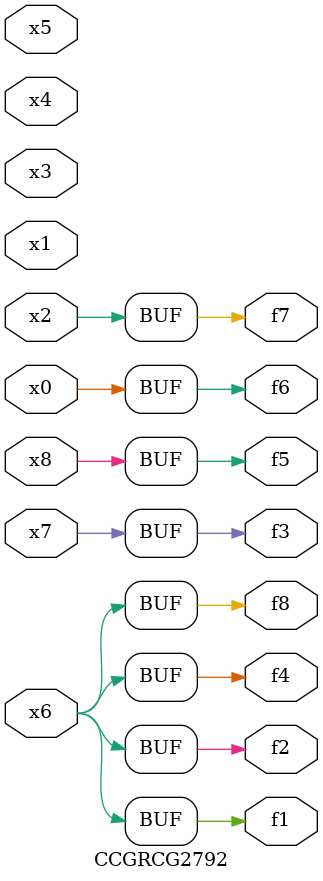
<source format=v>
module CCGRCG2792(
	input x0, x1, x2, x3, x4, x5, x6, x7, x8,
	output f1, f2, f3, f4, f5, f6, f7, f8
);
	assign f1 = x6;
	assign f2 = x6;
	assign f3 = x7;
	assign f4 = x6;
	assign f5 = x8;
	assign f6 = x0;
	assign f7 = x2;
	assign f8 = x6;
endmodule

</source>
